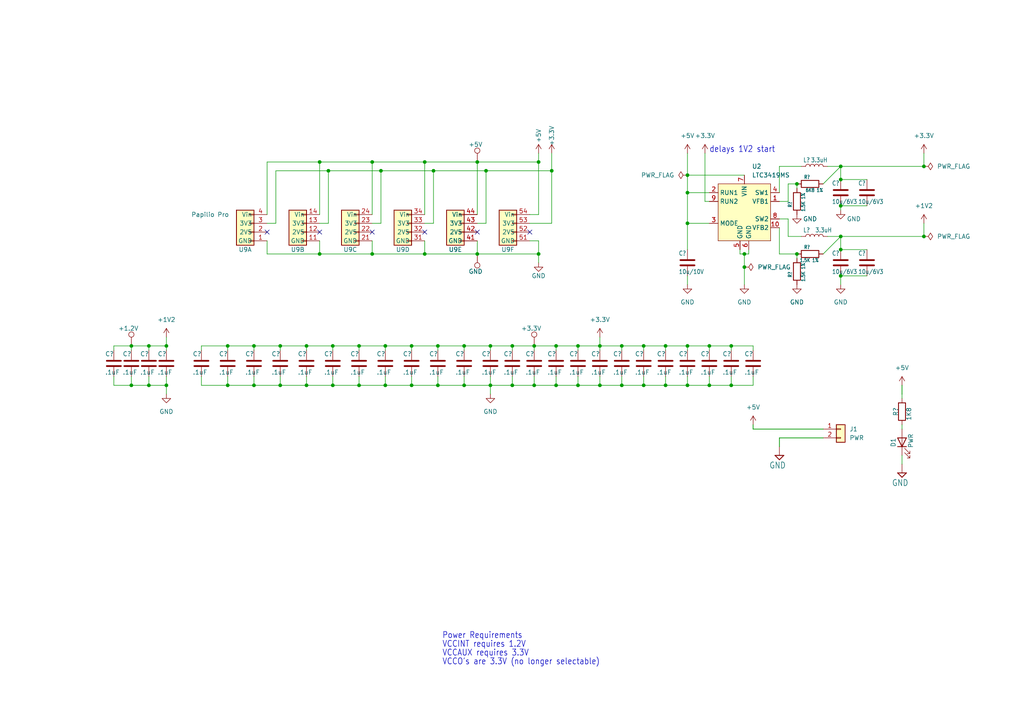
<source format=kicad_sch>
(kicad_sch (version 20230121) (generator eeschema)
  (paper "A4")
  (lib_symbols
    (symbol "BPC3010_Papilio_Pro-eagle-import:supply2_GND" (power)
      (property "Value" "supply2_GND" (at -1.905 -3.175 0))
      (symbol "supply2_GND_1_0"
        (pin power_in line (at 0 2.54 270) (length 2.54) (name "GND") (number "1"))
      )
    )
    (symbol "Connector:TestPoint" (pin_numbers hide) (pin_names (offset 0.762) hide)
      (property "Reference" "TP" (at 0 6.858 0))
      (property "Value" "TestPoint" (at 0 5.08 0))
      (symbol "TestPoint_1_1"
        (pin passive line (at 0 0 90) (length 2.54) (name "1") (number "1"))
      )
    )
    (symbol "Connector_Generic:Conn_01x02" (pin_names (offset 1.016) hide)
      (property "Reference" "J" (at 0 2.54 0))
      (property "Value" "Conn_01x02" (at 0 -5.08 0))
      (symbol "Conn_01x02_1_1"
        (pin passive line (at -5.08 0 0) (length 3.81) (name "Pin_1") (number "1"))
        (pin passive line (at -5.08 -2.54 0) (length 3.81) (name "Pin_2") (number "2"))
      )
    )
    (symbol "Device:C" (pin_numbers hide) (pin_names (offset 0.254))
      (property "Reference" "C" (at 0.635 2.54 0))
      (property "Value" "C" (at 0.635 -2.54 0))
      (symbol "C_1_1"
        (pin passive line (at 0 3.81 270) (length 2.794) (name "~") (number "1"))
        (pin passive line (at 0 -3.81 90) (length 2.794) (name "~") (number "2"))
      )
    )
    (symbol "Device:L" (pin_numbers hide) (pin_names (offset 1.016) hide)
      (property "Reference" "L" (at -1.27 0 90))
      (property "Value" "L" (at 1.905 0 90))
      (symbol "L_1_1"
        (pin passive line (at 0 3.81 270) (length 1.27) (name "1") (number "1"))
        (pin passive line (at 0 -3.81 90) (length 1.27) (name "2") (number "2"))
      )
    )
    (symbol "Device:LED" (pin_numbers hide) (pin_names (offset 1.016) hide)
      (property "Reference" "D" (at 0 2.54 0))
      (property "Value" "LED" (at 0 -2.54 0))
      (symbol "LED_1_1"
        (pin passive line (at -3.81 0 0) (length 2.54) (name "K") (number "1"))
        (pin passive line (at 3.81 0 180) (length 2.54) (name "A") (number "2"))
      )
    )
    (symbol "Device:R" (pin_numbers hide) (pin_names (offset 0))
      (property "Reference" "R" (at 2.032 0 90))
      (property "Value" "R" (at 0 0 90))
      (symbol "R_1_1"
        (pin passive line (at 0 3.81 270) (length 1.27) (name "~") (number "1"))
        (pin passive line (at 0 -3.81 90) (length 1.27) (name "~") (number "2"))
      )
    )
    (symbol "Papilio_Pro:Papilio_Pro" (in_bom no)
      (property "Reference" "U" (at -1.27 21.59 0))
      (property "Value" "Papilio Pro" (at -1.27 -21.59 0))
      (symbol "Papilio_Pro_1_1"
        (pin passive line (at 5.08 3.81 180) (length 3.81) (name "GND") (number "1"))
        (pin passive line (at 5.08 1.27 180) (length 3.81) (name "2V5") (number "2"))
        (pin passive line (at 5.08 -1.27 180) (length 3.81) (name "3V3") (number "3"))
        (pin passive line (at 5.08 -3.81 180) (length 3.81) (name "Vin") (number "4"))
      )
      (symbol "Papilio_Pro_2_1"
        (pin passive line (at 5.08 3.81 180) (length 3.81) (name "GND") (number "11"))
        (pin passive line (at 5.08 1.27 180) (length 3.81) (name "2V5") (number "12"))
        (pin passive line (at 5.08 -1.27 180) (length 3.81) (name "3V3") (number "13"))
        (pin passive line (at 5.08 -3.81 180) (length 3.81) (name "Vin") (number "14"))
      )
      (symbol "Papilio_Pro_3_1"
        (pin passive line (at 5.08 3.81 180) (length 3.81) (name "GND") (number "21"))
        (pin passive line (at 5.08 1.27 180) (length 3.81) (name "2V5") (number "22"))
        (pin passive line (at 5.08 -1.27 180) (length 3.81) (name "3V3") (number "23"))
        (pin passive line (at 5.08 -3.81 180) (length 3.81) (name "Vin") (number "24"))
      )
      (symbol "Papilio_Pro_4_1"
        (pin passive line (at 5.08 3.81 180) (length 3.81) (name "GND") (number "31"))
        (pin passive line (at 5.08 1.27 180) (length 3.81) (name "2V5") (number "32"))
        (pin passive line (at 5.08 -1.27 180) (length 3.81) (name "3V3") (number "33"))
        (pin passive line (at 5.08 -3.81 180) (length 3.81) (name "Vin") (number "34"))
      )
      (symbol "Papilio_Pro_5_1"
        (pin passive line (at 5.08 3.81 180) (length 3.81) (name "GND") (number "41"))
        (pin passive line (at 5.08 1.27 180) (length 3.81) (name "2V5") (number "42"))
        (pin passive line (at 5.08 -1.27 180) (length 3.81) (name "3V3") (number "43"))
        (pin passive line (at 5.08 -3.81 180) (length 3.81) (name "Vin") (number "44"))
      )
      (symbol "Papilio_Pro_6_1"
        (pin passive line (at 5.08 3.81 180) (length 3.81) (name "GND") (number "51"))
        (pin passive line (at 5.08 1.27 180) (length 3.81) (name "2V5") (number "52"))
        (pin passive line (at 5.08 -1.27 180) (length 3.81) (name "3V3") (number "53"))
        (pin passive line (at 5.08 -3.81 180) (length 3.81) (name "Vin") (number "54"))
      )
      (symbol "Papilio_Pro_7_1"
        (pin passive line (at 5.08 6.35 180) (length 3.81) (name "JTAG_REF") (number "J1"))
        (pin passive line (at 5.08 3.81 180) (length 3.81) (name "JTAG_GND") (number "J2"))
        (pin passive line (at 5.08 1.27 180) (length 3.81) (name "JTAG_TCK") (number "J3"))
        (pin passive line (at 5.08 -1.27 180) (length 3.81) (name "JTAG_TDO") (number "J4"))
        (pin passive line (at 5.08 -3.81 180) (length 3.81) (name "JTAG_TDI") (number "J5"))
        (pin passive line (at 5.08 -6.35 180) (length 3.81) (name "JTAG_TMS") (number "J6"))
      )
      (symbol "Papilio_Pro_8_1"
        (pin bidirectional line (at 5.08 19.05 180) (length 3.81) (name "A0") (number "A0"))
        (pin bidirectional line (at 5.08 16.51 180) (length 3.81) (name "A1") (number "A1"))
        (pin bidirectional line (at 5.08 -6.35 180) (length 3.81) (name "A10") (number "A10"))
        (pin bidirectional line (at 5.08 -8.89 180) (length 3.81) (name "A11") (number "A11"))
        (pin bidirectional line (at 5.08 -11.43 180) (length 3.81) (name "A12") (number "A12"))
        (pin bidirectional line (at 5.08 -13.97 180) (length 3.81) (name "A13") (number "A13"))
        (pin bidirectional line (at 5.08 -16.51 180) (length 3.81) (name "A14") (number "A14"))
        (pin bidirectional line (at 5.08 -19.05 180) (length 3.81) (name "A15") (number "A15"))
        (pin bidirectional line (at 5.08 13.97 180) (length 3.81) (name "A2") (number "A2"))
        (pin bidirectional line (at 5.08 11.43 180) (length 3.81) (name "A3") (number "A3"))
        (pin bidirectional line (at 5.08 8.89 180) (length 3.81) (name "A4") (number "A4"))
        (pin bidirectional line (at 5.08 6.35 180) (length 3.81) (name "A5") (number "A5"))
        (pin bidirectional line (at 5.08 3.81 180) (length 3.81) (name "A6") (number "A6"))
        (pin bidirectional line (at 5.08 1.27 180) (length 3.81) (name "A7") (number "A7"))
        (pin bidirectional line (at 5.08 -1.27 180) (length 3.81) (name "A8") (number "A8"))
        (pin bidirectional line (at 5.08 -3.81 180) (length 3.81) (name "A9") (number "A9"))
      )
      (symbol "Papilio_Pro_9_1"
        (pin bidirectional line (at 5.08 19.05 180) (length 3.81) (name "B0") (number "B0"))
        (pin bidirectional line (at 5.08 16.51 180) (length 3.81) (name "B1") (number "B1"))
        (pin bidirectional line (at 5.08 -6.35 180) (length 3.81) (name "B10") (number "B10"))
        (pin bidirectional line (at 5.08 -8.89 180) (length 3.81) (name "B11") (number "B11"))
        (pin bidirectional line (at 5.08 -11.43 180) (length 3.81) (name "B12") (number "B12"))
        (pin bidirectional line (at 5.08 -13.97 180) (length 3.81) (name "B13") (number "B13"))
        (pin bidirectional line (at 5.08 -16.51 180) (length 3.81) (name "B14") (number "B14"))
        (pin bidirectional line (at 5.08 -19.05 180) (length 3.81) (name "B15") (number "B15"))
        (pin bidirectional line (at 5.08 13.97 180) (length 3.81) (name "B2") (number "B2"))
        (pin bidirectional line (at 5.08 11.43 180) (length 3.81) (name "B3") (number "B3"))
        (pin bidirectional line (at 5.08 8.89 180) (length 3.81) (name "B4") (number "B4"))
        (pin bidirectional line (at 5.08 6.35 180) (length 3.81) (name "B5") (number "B5"))
        (pin bidirectional line (at 5.08 3.81 180) (length 3.81) (name "B6") (number "B6"))
        (pin bidirectional line (at 5.08 1.27 180) (length 3.81) (name "B7") (number "B7"))
        (pin bidirectional line (at 5.08 -1.27 180) (length 3.81) (name "B8") (number "B8"))
        (pin bidirectional line (at 5.08 -3.81 180) (length 3.81) (name "B9") (number "B9"))
      )
      (symbol "Papilio_Pro_10_1"
        (pin bidirectional line (at 5.08 19.05 180) (length 3.81) (name "C0") (number "C0"))
        (pin bidirectional line (at 5.08 16.51 180) (length 3.81) (name "C1") (number "C1"))
        (pin bidirectional line (at 5.08 -6.35 180) (length 3.81) (name "C10") (number "C10"))
        (pin bidirectional line (at 5.08 -8.89 180) (length 3.81) (name "C11") (number "C11"))
        (pin bidirectional line (at 5.08 -11.43 180) (length 3.81) (name "C12") (number "C12"))
        (pin bidirectional line (at 5.08 -13.97 180) (length 3.81) (name "C13") (number "C13"))
        (pin bidirectional line (at 5.08 -16.51 180) (length 3.81) (name "C14") (number "C14"))
        (pin bidirectional line (at 5.08 -19.05 180) (length 3.81) (name "C15") (number "C15"))
        (pin bidirectional line (at 5.08 13.97 180) (length 3.81) (name "C2") (number "C2"))
        (pin bidirectional line (at 5.08 11.43 180) (length 3.81) (name "C3") (number "C3"))
        (pin bidirectional line (at 5.08 8.89 180) (length 3.81) (name "C4") (number "C4"))
        (pin bidirectional line (at 5.08 6.35 180) (length 3.81) (name "C5") (number "C5"))
        (pin bidirectional line (at 5.08 3.81 180) (length 3.81) (name "C6") (number "C6"))
        (pin bidirectional line (at 5.08 1.27 180) (length 3.81) (name "C7") (number "C7"))
        (pin bidirectional line (at 5.08 -1.27 180) (length 3.81) (name "C8") (number "C8"))
        (pin bidirectional line (at 5.08 -3.81 180) (length 3.81) (name "C9") (number "C9"))
      )
    )
    (symbol "misc:LTC3419"
      (property "Reference" "U" (at -6.35 10.16 0))
      (property "Value" "LTC3419MS" (at 0 -7.62 0))
      (symbol "LTC3419_1_1"
        (pin input line (at 10.16 3.81 180) (length 2.54) (name "VFB1") (number "1"))
        (pin input line (at 10.16 -3.81 180) (length 2.54) (name "VFB2") (number "10"))
        (pin input line (at -10.16 6.35 0) (length 2.54) (name "RUN1") (number "2"))
        (pin input line (at -10.16 -2.54 0) (length 2.54) (name "MODE") (number "3"))
        (pin output line (at 10.16 6.35 180) (length 2.54) (name "SW1") (number "4"))
        (pin power_in line (at -1.27 -10.16 90) (length 2.54) (name "GND") (number "5"))
        (pin passive line (at 1.27 -10.16 90) (length 2.54) (name "GND") (number "6"))
        (pin power_in line (at 0 11.43 270) (length 2.54) (name "VIN") (number "7"))
        (pin output line (at 10.16 -1.27 180) (length 2.54) (name "SW2") (number "8"))
        (pin input line (at -10.16 3.81 0) (length 2.54) (name "RUN2") (number "9"))
      )
    )
    (symbol "power:+1V2" (power) (pin_names (offset 0))
      (property "Value" "+1V2" (at 0 3.556 0))
      (symbol "+1V2_1_1"
        (pin power_in line (at 0 0 90) (length 0) hide (name "+1V2") (number "1"))
      )
    )
    (symbol "power:+3.3V" (power) (pin_names (offset 0))
      (property "Value" "+3.3V" (at 0 3.556 0))
      (symbol "+3.3V_1_1"
        (pin power_in line (at 0 0 90) (length 0) hide (name "+3.3V") (number "1"))
      )
    )
    (symbol "power:+5V" (power) (pin_names (offset 0))
      (property "Value" "+5V" (at 0 3.556 0))
      (symbol "+5V_1_1"
        (pin power_in line (at 0 0 90) (length 0) hide (name "+5V") (number "1"))
      )
    )
    (symbol "power:GND" (power) (pin_names (offset 0))
      (property "Value" "GND" (at 0 -3.81 0))
      (symbol "GND_1_1"
        (pin power_in line (at 0 0 270) (length 0) hide (name "GND") (number "1"))
      )
    )
    (symbol "power:PWR_FLAG" (power) (pin_numbers hide) (pin_names (offset 0) hide)
      (property "Value" "PWR_FLAG" (at 0 3.81 0))
      (symbol "PWR_FLAG_0_0"
        (pin power_out line (at 0 0 90) (length 0) (name "pwr") (number "1"))
      )
    )
  )
  (junction (at 48.26 111.76))
  (junction (at 104.14 100.33))
  (junction (at 243.84 48.26))
  (junction (at 243.84 59.69))
  (junction (at 66.04 100.33))
  (junction (at 43.18 111.76))
  (junction (at 186.69 111.76))
  (junction (at 73.66 100.33))
  (junction (at 96.52 111.76))
  (junction (at 167.64 100.33))
  (junction (at 111.76 100.33))
  (junction (at 205.74 100.33))
  (junction (at 199.39 50.8))
  (junction (at 92.71 73.66))
  (junction (at 104.14 111.76))
  (junction (at 140.97 49.53))
  (junction (at 123.19 46.99))
  (junction (at 199.39 64.77))
  (junction (at 111.76 111.76))
  (junction (at 43.18 100.33))
  (junction (at 138.43 73.66))
  (junction (at 92.71 46.99))
  (junction (at 154.94 111.76))
  (junction (at 243.84 52.07))
  (junction (at 38.1 111.76))
  (junction (at 180.34 100.33))
  (junction (at 38.1 100.33))
  (junction (at 215.9 73.66))
  (junction (at 156.21 46.99))
  (junction (at 48.26 100.33))
  (junction (at 243.84 80.01))
  (junction (at 173.99 111.76))
  (junction (at 134.62 111.76))
  (junction (at 119.38 100.33))
  (junction (at 107.95 46.99))
  (junction (at 142.24 111.76))
  (junction (at 81.28 111.76))
  (junction (at 96.52 100.33))
  (junction (at 193.04 111.76))
  (junction (at 148.59 111.76))
  (junction (at 205.74 111.76))
  (junction (at 154.94 100.33))
  (junction (at 193.04 100.33))
  (junction (at 88.9 100.33))
  (junction (at 231.14 53.34))
  (junction (at 267.97 68.58))
  (junction (at 199.39 100.33))
  (junction (at 156.21 73.66))
  (junction (at 231.14 73.66))
  (junction (at 199.39 55.88))
  (junction (at 119.38 111.76))
  (junction (at 110.49 49.53))
  (junction (at 160.02 49.53))
  (junction (at 95.25 49.53))
  (junction (at 138.43 46.99))
  (junction (at 167.64 111.76))
  (junction (at 88.9 111.76))
  (junction (at 243.84 72.39))
  (junction (at 148.59 100.33))
  (junction (at 161.29 111.76))
  (junction (at 123.19 73.66))
  (junction (at 215.9 77.47))
  (junction (at 212.09 100.33))
  (junction (at 66.04 111.76))
  (junction (at 107.95 73.66))
  (junction (at 142.24 100.33))
  (junction (at 199.39 111.76))
  (junction (at 134.62 100.33))
  (junction (at 267.97 48.26))
  (junction (at 243.84 68.58))
  (junction (at 161.29 100.33))
  (junction (at 180.34 111.76))
  (junction (at 81.28 100.33))
  (junction (at 125.73 49.53))
  (junction (at 173.99 100.33))
  (junction (at 186.69 100.33))
  (junction (at 127 100.33))
  (junction (at 73.66 111.76))
  (junction (at 127 111.76))
  (junction (at 212.09 111.76))
  (no_connect (at 138.43 67.31))
  (no_connect (at 92.71 67.31))
  (no_connect (at 153.67 67.31))
  (no_connect (at 77.47 67.31))
  (no_connect (at 123.19 67.31))
  (no_connect (at 107.95 67.31))
  (wire (pts (xy 66.04 100.33) (xy 66.04 101.6)))
  (wire (pts (xy 154.94 111.76) (xy 148.59 111.76)))
  (wire (pts (xy 110.49 49.53) (xy 125.73 49.53)))
  (wire (pts (xy 48.26 111.76) (xy 43.18 111.76)))
  (wire (pts (xy 127 100.33) (xy 127 101.6)))
  (wire (pts (xy 161.29 100.33) (xy 154.94 100.33)))
  (wire (pts (xy 73.66 109.22) (xy 73.66 111.76)))
  (wire (pts (xy 205.74 58.42) (xy 204.47 58.42)))
  (wire (pts (xy 167.64 109.22) (xy 167.64 111.76)))
  (wire (pts (xy 240.03 48.26) (xy 243.84 48.26)))
  (wire (pts (xy 142.24 109.22) (xy 142.24 111.76)))
  (wire (pts (xy 127 109.22) (xy 127 111.76)))
  (wire (pts (xy 212.09 101.6) (xy 212.09 100.33)))
  (wire (pts (xy 111.76 100.33) (xy 119.38 100.33)))
  (wire (pts (xy 80.01 49.53) (xy 80.01 64.77)))
  (wire (pts (xy 73.66 111.76) (xy 81.28 111.76)))
  (wire (pts (xy 92.71 46.99) (xy 107.95 46.99)))
  (wire (pts (xy 107.95 64.77) (xy 110.49 64.77)))
  (wire (pts (xy 226.06 73.66) (xy 231.14 73.66)) (stroke (width 0.1524)))
  (wire (pts (xy 33.02 109.22) (xy 33.02 111.76)))
  (wire (pts (xy 77.47 73.66) (xy 92.71 73.66)))
  (wire (pts (xy 243.84 80.01) (xy 251.46 80.01)))
  (wire (pts (xy 156.21 76.2) (xy 156.21 73.66)))
  (wire (pts (xy 153.67 62.23) (xy 156.21 62.23)))
  (wire (pts (xy 58.42 100.33) (xy 66.04 100.33)))
  (wire (pts (xy 243.84 68.58) (xy 243.84 72.39)) (stroke (width 0.1524)))
  (wire (pts (xy 58.42 100.33) (xy 58.42 101.6)))
  (wire (pts (xy 156.21 44.45) (xy 156.21 46.99)))
  (wire (pts (xy 173.99 109.22) (xy 173.99 111.76)))
  (wire (pts (xy 226.06 63.5) (xy 228.6 63.5)))
  (wire (pts (xy 81.28 111.76) (xy 88.9 111.76)))
  (wire (pts (xy 218.44 101.6) (xy 218.44 100.33)))
  (wire (pts (xy 92.71 73.66) (xy 107.95 73.66)))
  (wire (pts (xy 33.02 100.33) (xy 38.1 100.33)))
  (wire (pts (xy 186.69 100.33) (xy 193.04 100.33)))
  (wire (pts (xy 119.38 100.33) (xy 119.38 101.6)))
  (wire (pts (xy 107.95 46.99) (xy 107.95 62.23)))
  (wire (pts (xy 193.04 109.22) (xy 193.04 111.76)))
  (wire (pts (xy 173.99 111.76) (xy 167.64 111.76)))
  (wire (pts (xy 160.02 44.45) (xy 160.02 49.53)))
  (wire (pts (xy 88.9 100.33) (xy 96.52 100.33)))
  (wire (pts (xy 123.19 69.85) (xy 123.19 73.66)))
  (wire (pts (xy 218.44 124.46) (xy 238.76 124.46)) (stroke (width 0.2032)))
  (wire (pts (xy 212.09 111.76) (xy 205.74 111.76)))
  (wire (pts (xy 81.28 100.33) (xy 81.28 101.6)))
  (wire (pts (xy 104.14 111.76) (xy 111.76 111.76)))
  (wire (pts (xy 140.97 64.77) (xy 140.97 49.53)))
  (wire (pts (xy 243.84 52.07) (xy 243.84 48.26)) (stroke (width 0.1524)))
  (wire (pts (xy 138.43 64.77) (xy 140.97 64.77)))
  (wire (pts (xy 243.84 59.69) (xy 243.84 60.96)))
  (wire (pts (xy 111.76 100.33) (xy 111.76 101.6)))
  (wire (pts (xy 142.24 114.3) (xy 142.24 111.76)))
  (wire (pts (xy 77.47 69.85) (xy 77.47 73.66)))
  (wire (pts (xy 186.69 109.22) (xy 186.69 111.76)))
  (wire (pts (xy 148.59 100.33) (xy 148.59 101.6)))
  (wire (pts (xy 92.71 64.77) (xy 95.25 64.77)))
  (wire (pts (xy 173.99 111.76) (xy 180.34 111.76)))
  (wire (pts (xy 138.43 73.66) (xy 156.21 73.66)))
  (wire (pts (xy 267.97 64.77) (xy 267.97 68.58)))
  (wire (pts (xy 226.06 48.26) (xy 232.41 48.26)))
  (wire (pts (xy 66.04 100.33) (xy 73.66 100.33)))
  (wire (pts (xy 226.06 58.42) (xy 228.6 58.42)))
  (wire (pts (xy 88.9 100.33) (xy 88.9 101.6)))
  (wire (pts (xy 167.64 101.6) (xy 167.64 100.33)))
  (wire (pts (xy 205.74 111.76) (xy 199.39 111.76)))
  (wire (pts (xy 142.24 100.33) (xy 148.59 100.33)))
  (wire (pts (xy 140.97 49.53) (xy 160.02 49.53)))
  (wire (pts (xy 148.59 111.76) (xy 148.59 109.22)))
  (wire (pts (xy 199.39 50.8) (xy 215.9 50.8)))
  (wire (pts (xy 48.26 100.33) (xy 48.26 101.6)))
  (wire (pts (xy 243.84 68.58) (xy 238.76 73.66)) (stroke (width 0.1524)))
  (wire (pts (xy 48.26 97.79) (xy 48.26 100.33)))
  (wire (pts (xy 38.1 100.33) (xy 43.18 100.33)))
  (wire (pts (xy 267.97 44.45) (xy 267.97 48.26)))
  (wire (pts (xy 142.24 100.33) (xy 142.24 101.6)))
  (wire (pts (xy 173.99 97.79) (xy 173.99 100.33)))
  (wire (pts (xy 119.38 111.76) (xy 127 111.76)))
  (wire (pts (xy 96.52 100.33) (xy 96.52 101.6)))
  (wire (pts (xy 48.26 111.76) (xy 48.26 114.3)))
  (wire (pts (xy 199.39 111.76) (xy 193.04 111.76)))
  (wire (pts (xy 161.29 111.76) (xy 154.94 111.76)))
  (wire (pts (xy 119.38 100.33) (xy 127 100.33)))
  (wire (pts (xy 154.94 100.33) (xy 148.59 100.33)))
  (wire (pts (xy 38.1 111.76) (xy 33.02 111.76)))
  (wire (pts (xy 231.14 73.66) (xy 231.14 74.93)))
  (wire (pts (xy 180.34 100.33) (xy 173.99 100.33)))
  (wire (pts (xy 180.34 111.76) (xy 186.69 111.76)))
  (wire (pts (xy 80.01 64.77) (xy 77.47 64.77)))
  (wire (pts (xy 243.84 52.07) (xy 251.46 52.07)))
  (wire (pts (xy 243.84 80.01) (xy 243.84 82.55)) (stroke (width 0.1524)))
  (wire (pts (xy 111.76 109.22) (xy 111.76 111.76)))
  (wire (pts (xy 66.04 109.22) (xy 66.04 111.76)))
  (wire (pts (xy 199.39 100.33) (xy 199.39 101.6)))
  (wire (pts (xy 186.69 111.76) (xy 193.04 111.76)))
  (wire (pts (xy 199.39 72.39) (xy 199.39 64.77)))
  (wire (pts (xy 43.18 111.76) (xy 38.1 111.76)))
  (wire (pts (xy 228.6 63.5) (xy 228.6 68.58)))
  (wire (pts (xy 218.44 111.76) (xy 212.09 111.76)))
  (wire (pts (xy 173.99 101.6) (xy 173.99 100.33)))
  (wire (pts (xy 33.02 100.33) (xy 33.02 101.6)))
  (wire (pts (xy 226.06 55.88) (xy 226.06 48.26)))
  (wire (pts (xy 267.97 48.26) (xy 243.84 48.26)))
  (wire (pts (xy 215.9 73.66) (xy 217.17 73.66)))
  (wire (pts (xy 154.94 101.6) (xy 154.94 100.33)))
  (wire (pts (xy 161.29 109.22) (xy 161.29 111.76)))
  (wire (pts (xy 186.69 101.6) (xy 186.69 100.33)))
  (wire (pts (xy 95.25 64.77) (xy 95.25 49.53)))
  (wire (pts (xy 104.14 100.33) (xy 111.76 100.33)))
  (wire (pts (xy 127 111.76) (xy 134.62 111.76)))
  (wire (pts (xy 138.43 46.99) (xy 156.21 46.99)))
  (wire (pts (xy 77.47 46.99) (xy 92.71 46.99)))
  (wire (pts (xy 228.6 68.58) (xy 232.41 68.58)))
  (wire (pts (xy 226.06 66.04) (xy 226.06 73.66)))
  (wire (pts (xy 92.71 69.85) (xy 92.71 73.66)))
  (wire (pts (xy 160.02 64.77) (xy 153.67 64.77)))
  (wire (pts (xy 199.39 109.22) (xy 199.39 111.76)))
  (wire (pts (xy 199.39 55.88) (xy 205.74 55.88)))
  (wire (pts (xy 111.76 111.76) (xy 119.38 111.76)))
  (wire (pts (xy 180.34 109.22) (xy 180.34 111.76)))
  (wire (pts (xy 173.99 100.33) (xy 167.64 100.33)))
  (wire (pts (xy 161.29 101.6) (xy 161.29 100.33)))
  (wire (pts (xy 199.39 55.88) (xy 199.39 64.77)))
  (wire (pts (xy 43.18 100.33) (xy 43.18 101.6)))
  (wire (pts (xy 123.19 73.66) (xy 138.43 73.66)))
  (wire (pts (xy 218.44 123.19) (xy 218.44 124.46)) (stroke (width 0.2032)))
  (wire (pts (xy 215.9 73.66) (xy 215.9 77.47)))
  (wire (pts (xy 58.42 111.76) (xy 66.04 111.76)))
  (wire (pts (xy 193.04 101.6) (xy 193.04 100.33)))
  (wire (pts (xy 180.34 100.33) (xy 186.69 100.33)))
  (wire (pts (xy 58.42 109.22) (xy 58.42 111.76)))
  (wire (pts (xy 228.6 58.42) (xy 228.6 53.34)))
  (wire (pts (xy 107.95 69.85) (xy 107.95 73.66)))
  (wire (pts (xy 199.39 64.77) (xy 205.74 64.77)))
  (wire (pts (xy 110.49 64.77) (xy 110.49 49.53)))
  (wire (pts (xy 88.9 109.22) (xy 88.9 111.76)))
  (wire (pts (xy 261.62 114.3) (xy 261.62 111.76)) (stroke (width 0.2032)))
  (wire (pts (xy 88.9 111.76) (xy 96.52 111.76)))
  (wire (pts (xy 96.52 100.33) (xy 104.14 100.33)))
  (wire (pts (xy 43.18 109.22) (xy 43.18 111.76)))
  (wire (pts (xy 261.62 134.62) (xy 261.62 132.08)) (stroke (width 0.1524)))
  (wire (pts (xy 104.14 109.22) (xy 104.14 111.76)))
  (wire (pts (xy 96.52 111.76) (xy 104.14 111.76)))
  (wire (pts (xy 123.19 64.77) (xy 125.73 64.77)))
  (wire (pts (xy 205.74 101.6) (xy 205.74 100.33)))
  (wire (pts (xy 96.52 109.22) (xy 96.52 111.76)))
  (wire (pts (xy 125.73 64.77) (xy 125.73 49.53)))
  (wire (pts (xy 77.47 46.99) (xy 77.47 62.23)))
  (wire (pts (xy 125.73 49.53) (xy 140.97 49.53)))
  (wire (pts (xy 134.62 109.22) (xy 134.62 111.76)))
  (wire (pts (xy 142.24 111.76) (xy 148.59 111.76)))
  (wire (pts (xy 251.46 59.69) (xy 243.84 59.69)))
  (wire (pts (xy 123.19 46.99) (xy 123.19 62.23)))
  (wire (pts (xy 66.04 111.76) (xy 73.66 111.76)))
  (wire (pts (xy 212.09 100.33) (xy 205.74 100.33)))
  (wire (pts (xy 81.28 109.22) (xy 81.28 111.76)))
  (wire (pts (xy 226.06 127) (xy 226.06 129.54)) (stroke (width 0.2032)))
  (wire (pts (xy 134.62 100.33) (xy 142.24 100.33)))
  (wire (pts (xy 123.19 46.99) (xy 138.43 46.99)))
  (wire (pts (xy 214.63 73.66) (xy 215.9 73.66)))
  (wire (pts (xy 243.84 48.26) (xy 238.76 53.34)) (stroke (width 0.1524)))
  (wire (pts (xy 134.62 111.76) (xy 142.24 111.76)))
  (wire (pts (xy 218.44 100.33) (xy 212.09 100.33)))
  (wire (pts (xy 231.14 53.34) (xy 231.14 54.61)))
  (wire (pts (xy 107.95 73.66) (xy 123.19 73.66)))
  (wire (pts (xy 81.28 100.33) (xy 88.9 100.33)))
  (wire (pts (xy 205.74 109.22) (xy 205.74 111.76)))
  (wire (pts (xy 38.1 100.33) (xy 38.1 101.6)))
  (wire (pts (xy 154.94 109.22) (xy 154.94 111.76)))
  (wire (pts (xy 215.9 77.47) (xy 215.9 82.55)))
  (wire (pts (xy 167.64 100.33) (xy 161.29 100.33)))
  (wire (pts (xy 80.01 49.53) (xy 95.25 49.53)))
  (wire (pts (xy 104.14 100.33) (xy 104.14 101.6)))
  (wire (pts (xy 218.44 109.22) (xy 218.44 111.76)))
  (wire (pts (xy 138.43 46.99) (xy 138.43 62.23)))
  (wire (pts (xy 212.09 109.22) (xy 212.09 111.76)))
  (wire (pts (xy 204.47 58.42) (xy 204.47 44.45)))
  (wire (pts (xy 107.95 46.99) (xy 123.19 46.99)))
  (wire (pts (xy 231.14 53.34) (xy 228.6 53.34)) (stroke (width 0.1524)))
  (wire (pts (xy 160.02 49.53) (xy 160.02 64.77)))
  (wire (pts (xy 43.18 100.33) (xy 48.26 100.33)))
  (wire (pts (xy 214.63 72.39) (xy 214.63 73.66)))
  (wire (pts (xy 240.03 68.58) (xy 243.84 68.58)))
  (wire (pts (xy 127 100.33) (xy 134.62 100.33)))
  (wire (pts (xy 48.26 109.22) (xy 48.26 111.76)))
  (wire (pts (xy 138.43 69.85) (xy 138.43 73.66)))
  (wire (pts (xy 226.06 127) (xy 238.76 127)) (stroke (width 0.2032)))
  (wire (pts (xy 156.21 62.23) (xy 156.21 46.99)))
  (wire (pts (xy 167.64 111.76) (xy 161.29 111.76)))
  (wire (pts (xy 199.39 100.33) (xy 193.04 100.33)))
  (wire (pts (xy 199.39 50.8) (xy 199.39 55.88)))
  (wire (pts (xy 73.66 100.33) (xy 81.28 100.33)))
  (wire (pts (xy 180.34 101.6) (xy 180.34 100.33)))
  (wire (pts (xy 38.1 109.22) (xy 38.1 111.76)))
  (wire (pts (xy 199.39 80.01) (xy 199.39 82.55)))
  (wire (pts (xy 199.39 44.45) (xy 199.39 50.8)))
  (wire (pts (xy 205.74 100.33) (xy 199.39 100.33)))
  (wire (pts (xy 243.84 72.39) (xy 251.46 72.39)))
  (wire (pts (xy 119.38 109.22) (xy 119.38 111.76)))
  (wire (pts (xy 261.62 123.19) (xy 261.62 124.46)))
  (wire (pts (xy 73.66 100.33) (xy 73.66 101.6)))
  (wire (pts (xy 95.25 49.53) (xy 110.49 49.53)))
  (wire (pts (xy 92.71 46.99) (xy 92.71 62.23)))
  (wire (pts (xy 267.97 68.58) (xy 243.84 68.58)))
  (wire (pts (xy 217.17 73.66) (xy 217.17 72.39)))
  (wire (pts (xy 134.62 100.33) (xy 134.62 101.6)))
  (wire (pts (xy 156.21 69.85) (xy 153.67 69.85)))
  (wire (pts (xy 156.21 73.66) (xy 156.21 69.85)))
  (wire (pts (xy 261.62 114.3) (xy 261.62 115.57)))
  (text "VCCO's are 3.3V (no longer selectable)" (at 128.27 193.04 0) (effects (font (size 1.778 1.5113)) (justify left bottom)))
  (text "VCCAUX requires 3.3V" (at 128.27 190.5 0) (effects (font (size 1.778 1.5113)) (justify left bottom)))
  (text "Power Requirements" (at 128.27 185.42 0) (effects (font (size 1.778 1.5113)) (justify left bottom)))
  (text "VCCINT requires 1.2V" (at 128.27 187.96 0) (effects (font (size 1.778 1.5113)) (justify left bottom)))
  (text "delays 1V2 start" (at 205.74 44.45 0) (effects (font (size 1.778 1.5113)) (justify left bottom)))
  (symbol (lib_id "Device:C") (at 186.69 105.41 0) (unit 1)
    (property "Reference" "C?" (at 184.15 103.378 0) (effects (justify left bottom)))
    (property "Value" ".1uF" (at 184.15 108.712 0) (effects (justify left bottom)))
    (property "Footprint" "Capacitor_SMD:C_0402_1005Metric" (effects hide))
    (instances (project "papilio_pro_MKIV" (path "" (reference "C?") (unit 1)) (path "" (reference "C23") (unit 1))))
  )
  (symbol (lib_id "power:GND") (at 199.39 82.55 0) (unit 1)
    (property "Reference" "#PWR09" (effects hide))
    (property "Value" "GND" (at 199.39 87.63 0))
  )
  (symbol (lib_id "power:GND") (at 142.24 114.3 0) (unit 1)
    (property "Reference" "#PWR03" (effects hide))
    (property "Value" "GND" (at 142.24 119.38 0))
  )
  (symbol (lib_id "Device:C") (at 48.26 105.41 0) (unit 1)
    (property "Reference" "C?" (at 45.72 103.378 0) (effects (justify left bottom)))
    (property "Value" ".1uF" (at 45.72 108.712 0) (effects (justify left bottom)))
    (property "Footprint" "Capacitor_SMD:C_0402_1005Metric" (effects hide))
    (instances (project "papilio_pro_MKIV" (path "" (reference "C?") (unit 1)) (path "" (reference "C4") (unit 1))))
  )
  (symbol (lib_id "BPC3010_Papilio_Pro-eagle-import:supply2_GND") (at 226.06 132.08 0) (unit 1)
    (property "Reference" "#V?" (effects hide))
    (property "Value" "GND" (at 227.965 133.985 0) (effects (font (size 1.778 1.5113)) (justify right top)))
    (instances (project "papilio_pro_MKIV" (path "" (reference "#V?") (unit 1)) (path "" (reference "#V01") (unit 1))))
  )
  (symbol (lib_id "power:+5V") (at 261.62 111.76 0) (unit 1)
    (property "Reference" "#PWR017" (effects hide))
    (property "Value" "+5V" (at 261.62 106.68 0))
  )
  (symbol (lib_id "Device:C") (at 243.84 76.2 0) (unit 1)
    (property "Reference" "C?" (at 241.3 74.168 0) (effects (font (size 1.27 1.0795)) (justify left bottom)))
    (property "Value" "10u/6V3" (at 241.3 79.502 0) (effects (font (size 1.27 1.0795)) (justify left bottom)))
    (property "Footprint" "Capacitor_SMD:C_0805_2012Metric" (effects hide))
    (instances (project "papilio_pro_MKIV" (path "" (reference "C?") (unit 1)) (path "" (reference "C30") (unit 1))))
  )
  (symbol (lib_id "Device:C") (at 243.84 55.88 0) (unit 1)
    (property "Reference" "C?" (at 241.3 53.848 0) (effects (font (size 1.27 1.0795)) (justify left bottom)))
    (property "Value" "10u/6V3" (at 241.3 59.182 0) (effects (font (size 1.27 1.0795)) (justify left bottom)))
    (property "Footprint" "Capacitor_SMD:C_0805_2012Metric" (effects hide))
    (instances (project "papilio_pro_MKIV" (path "" (reference "C?") (unit 1)) (path "" (reference "C29") (unit 1))))
  )
  (symbol (lib_id "Device:C") (at 81.28 105.41 0) (unit 1)
    (property "Reference" "C?" (at 78.74 103.378 0) (effects (justify left bottom)))
    (property "Value" ".1uF" (at 78.74 108.712 0) (effects (justify left bottom)))
    (property "Footprint" "Capacitor_SMD:C_0402_1005Metric" (effects hide))
    (instances (project "papilio_pro_MKIV" (path "" (reference "C?") (unit 1)) (path "" (reference "C8") (unit 1))))
  )
  (symbol (lib_id "power:PWR_FLAG") (at 267.97 68.58 270) (unit 1)
    (property "Reference" "#FLG?" (effects hide))
    (property "Value" "PWR_FLAG" (at 271.78 68.58 90) (effects (justify left)))
    (instances (project "papilio_pro_MKIV" (path "" (reference "#FLG?") (unit 1)) (path "" (reference "#FLG03") (unit 1))))
  )
  (symbol (lib_id "power:PWR_FLAG") (at 267.97 48.26 270) (unit 1)
    (property "Reference" "#FLG02" (effects hide))
    (property "Value" "PWR_FLAG" (at 271.78 48.26 90) (effects (justify left)))
  )
  (symbol (lib_id "Connector:TestPoint") (at 154.94 100.33 0) (unit 1)
    (property "Reference" "TP1" (effects hide))
    (property "Value" "+3.3V" (at 151.13 95.25 0) (effects (justify left)))
    (property "Footprint" "TestPoint:TestPoint_Pad_D1.0mm" (effects hide))
  )
  (symbol (lib_id "Papilio_Pro:Papilio_Pro") (at 148.59 66.04 0) (mirror x) (unit 6)
    (property "Reference" "U9" (at 147.32 72.39 0))
    (property "Value" "Papilio Pro" (effects hide))
    (property "Footprint" "papilo_pro:COCOON_48BIT" (effects hide))
    (property "Sim.Enable" "0" (effects hide))
    (instances (project "papilio_pro_MKIV" (path "" (reference "U9") (unit 6)) (path "" (reference "U1") (unit 6))))
  )
  (symbol (lib_id "power:PWR_FLAG") (at 215.9 77.47 270) (unit 1)
    (property "Reference" "#FLG04" (effects hide))
    (property "Value" "PWR_FLAG" (at 219.71 77.47 90) (effects (justify left)))
  )
  (symbol (lib_id "Device:C") (at 199.39 105.41 0) (unit 1)
    (property "Reference" "C?" (at 196.85 103.378 0) (effects (justify left bottom)))
    (property "Value" ".1uF" (at 196.85 108.712 0) (effects (justify left bottom)))
    (property "Footprint" "Capacitor_SMD:C_0402_1005Metric" (effects hide))
    (instances (project "papilio_pro_MKIV" (path "" (reference "C?") (unit 1)) (path "" (reference "C26") (unit 1))))
  )
  (symbol (lib_id "misc:LTC3419") (at 215.9 62.23 0) (unit 1)
    (property "Reference" "U2" (at 218.0941 48.26 0) (effects (justify left)))
    (property "Value" "LTC3419MS" (at 218.0941 50.8 0) (effects (justify left)))
    (property "Footprint" "Package_SO:MSOP-10_3x3mm_P0.5mm" (effects hide))
    (property "Datasheet" "https://www.analog.com/media/en/technical-documentation/data-sheets/3419fa.pdf" (effects hide))
  )
  (symbol (lib_id "Device:R") (at 234.95 73.66 90) (unit 1)
    (property "Reference" "R?" (at 234.95 71.12 90) (effects (font (size 1.016 0.8636)) (justify left bottom)))
    (property "Value" "1.5K 1%" (at 237.49 74.93 90) (effects (font (size 1.016 0.8636)) (justify left bottom)))
    (property "Footprint" "Resistor_SMD:R_0603_1608Metric" (effects hide))
    (instances (project "papilio_pro_MKIV" (path "" (reference "R?") (unit 1)) (path "" (reference "R4") (unit 1))))
  )
  (symbol (lib_id "Device:C") (at 180.34 105.41 0) (unit 1)
    (property "Reference" "C?" (at 177.8 103.378 0) (effects (justify left bottom)))
    (property "Value" ".1uF" (at 177.8 108.712 0) (effects (justify left bottom)))
    (property "Footprint" "Capacitor_SMD:C_0402_1005Metric" (effects hide))
    (instances (project "papilio_pro_MKIV" (path "" (reference "C?") (unit 1)) (path "" (reference "C22") (unit 1))))
  )
  (symbol (lib_id "Papilio_Pro:Papilio_Pro") (at 87.63 66.04 0) (mirror x) (unit 2)
    (property "Reference" "U9" (at 86.36 72.39 0))
    (property "Value" "Papilio Pro" (effects hide))
    (property "Footprint" "papilo_pro:COCOON_48BIT" (effects hide))
    (property "Sim.Enable" "0" (effects hide))
    (instances (project "papilio_pro_MKIV" (path "" (reference "U9") (unit 2)) (path "" (reference "U1") (unit 2))))
  )
  (symbol (lib_id "power:GND") (at 48.26 114.3 0) (unit 1)
    (property "Reference" "#PWR02" (effects hide))
    (property "Value" "GND" (at 48.26 119.38 0))
  )
  (symbol (lib_id "power:+5V") (at 199.39 44.45 0) (unit 1)
    (property "Reference" "#PWR08" (effects hide))
    (property "Value" "+5V" (at 199.39 39.37 0))
  )
  (symbol (lib_id "Device:LED") (at 261.62 128.27 90) (unit 1)
    (property "Reference" "D1" (at 259.08 127 0) (effects (justify right)))
    (property "Value" "PWR" (at 264.16 125.73 0) (effects (justify right)))
    (property "Footprint" "LED_SMD:LED_0603_1608Metric" (effects hide))
  )
  (symbol (lib_id "Device:C") (at 251.46 76.2 0) (unit 1)
    (property "Reference" "C?" (at 248.92 74.168 0) (effects (font (size 1.27 1.0795)) (justify left bottom)))
    (property "Value" "10u/6V3" (at 248.92 79.502 0) (effects (font (size 1.27 1.0795)) (justify left bottom)))
    (property "Footprint" "Capacitor_SMD:C_0805_2012Metric" (effects hide))
    (instances (project "papilio_pro_MKIV" (path "" (reference "C?") (unit 1)) (path "" (reference "C32") (unit 1))))
  )
  (symbol (lib_id "Device:C") (at 119.38 105.41 0) (unit 1)
    (property "Reference" "C?" (at 116.84 103.378 0) (effects (justify left bottom)))
    (property "Value" ".1uF" (at 116.84 108.712 0) (effects (justify left bottom)))
    (property "Footprint" "Capacitor_SMD:C_0402_1005Metric" (effects hide))
    (instances (project "papilio_pro_MKIV" (path "" (reference "C?") (unit 1)) (path "" (reference "C13") (unit 1))))
  )
  (symbol (lib_id "Device:C") (at 58.42 105.41 0) (unit 1)
    (property "Reference" "C?" (at 55.88 103.378 0) (effects (justify left bottom)))
    (property "Value" ".1uF" (at 55.88 108.712 0) (effects (justify left bottom)))
    (property "Footprint" "Capacitor_SMD:C_0402_1005Metric" (effects hide))
    (instances (project "papilio_pro_MKIV" (path "" (reference "C?") (unit 1)) (path "" (reference "C5") (unit 1))))
  )
  (symbol (lib_id "power:+1V2") (at 267.97 64.77 0) (unit 1)
    (property "Reference" "#PWR019" (effects hide))
    (property "Value" "+1V2" (at 267.97 59.69 0))
  )
  (symbol (lib_id "Device:L") (at 236.22 68.58 90) (unit 1)
    (property "Reference" "L?" (at 234.95 66.04 90) (effects (font (size 1.27 1.0795)) (justify left bottom)))
    (property "Value" "3.3uH" (at 241.3 66.04 90) (effects (font (size 1.27 1.0795)) (justify left bottom)))
    (property "Footprint" "Inductor_SMD:L_Taiyo-Yuden_MD-5050" (effects hide))
    (instances (project "papilio_pro_MKIV" (path "" (reference "L?") (unit 1)) (path "" (reference "L2") (unit 1))))
  )
  (symbol (lib_id "Device:C") (at 167.64 105.41 0) (unit 1)
    (property "Reference" "C?" (at 165.1 103.378 0) (effects (justify left bottom)))
    (property "Value" ".1uF" (at 165.1 108.712 0) (effects (justify left bottom)))
    (property "Footprint" "Capacitor_SMD:C_0402_1005Metric" (effects hide))
    (instances (project "papilio_pro_MKIV" (path "" (reference "C?") (unit 1)) (path "" (reference "C20") (unit 1))))
  )
  (symbol (lib_id "Device:C") (at 173.99 105.41 0) (unit 1)
    (property "Reference" "C?" (at 171.45 103.378 0) (effects (justify left bottom)))
    (property "Value" ".1uF" (at 171.45 108.712 0) (effects (justify left bottom)))
    (property "Footprint" "Capacitor_SMD:C_0402_1005Metric" (effects hide))
    (instances (project "papilio_pro_MKIV" (path "" (reference "C?") (unit 1)) (path "" (reference "C21") (unit 1))))
  )
  (symbol (lib_id "Device:C") (at 127 105.41 0) (unit 1)
    (property "Reference" "C?" (at 124.46 103.378 0) (effects (justify left bottom)))
    (property "Value" ".1uF" (at 124.46 108.712 0) (effects (justify left bottom)))
    (property "Footprint" "Capacitor_SMD:C_0402_1005Metric" (effects hide))
    (instances (project "papilio_pro_MKIV" (path "" (reference "C?") (unit 1)) (path "" (reference "C14") (unit 1))))
  )
  (symbol (lib_id "Papilio_Pro:Papilio_Pro") (at 118.11 66.04 0) (mirror x) (unit 4)
    (property "Reference" "U9" (at 116.84 72.39 0))
    (property "Value" "Papilio Pro" (effects hide))
    (property "Footprint" "papilo_pro:COCOON_48BIT" (effects hide))
    (property "Sim.Enable" "0" (effects hide))
    (instances (project "papilio_pro_MKIV" (path "" (reference "U9") (unit 4)) (path "" (reference "U1") (unit 4))))
  )
  (symbol (lib_id "BPC3010_Papilio_Pro-eagle-import:supply2_GND") (at 261.62 137.16 0) (unit 1)
    (property "Reference" "#V?" (effects hide))
    (property "Value" "GND" (at 263.525 139.065 0) (effects (font (size 1.778 1.5113)) (justify right top)))
    (instances (project "papilio_pro_MKIV" (path "" (reference "#V?") (unit 1)) (path "" (reference "#V02") (unit 1))))
  )
  (symbol (lib_id "power:+3.3V") (at 173.99 97.79 0) (unit 1)
    (property "Reference" "#PWR07" (effects hide))
    (property "Value" "+3.3V" (at 173.99 92.71 0))
  )
  (symbol (lib_id "Device:C") (at 193.04 105.41 0) (unit 1)
    (property "Reference" "C?" (at 190.5 103.378 0) (effects (justify left bottom)))
    (property "Value" ".1uF" (at 190.5 108.712 0) (effects (justify left bottom)))
    (property "Footprint" "Capacitor_SMD:C_0402_1005Metric" (effects hide))
    (instances (project "papilio_pro_MKIV" (path "" (reference "C?") (unit 1)) (path "" (reference "C24") (unit 1))))
  )
  (symbol (lib_id "power:+3.3V") (at 204.47 44.45 0) (unit 1)
    (property "Reference" "#PWR010" (effects hide))
    (property "Value" "+3.3V" (at 204.47 39.37 0))
  )
  (symbol (lib_id "Device:C") (at 33.02 105.41 0) (unit 1)
    (property "Reference" "C?" (at 30.48 103.378 0) (effects (justify left bottom)))
    (property "Value" ".1uF" (at 30.48 108.712 0) (effects (justify left bottom)))
    (property "Footprint" "Capacitor_SMD:C_0402_1005Metric" (effects hide))
    (instances (project "papilio_pro_MKIV" (path "" (reference "C?") (unit 1)) (path "" (reference "C1") (unit 1))))
  )
  (symbol (lib_id "power:GND") (at 231.14 82.55 0) (unit 1)
    (property "Reference" "#PWR014" (effects hide))
    (property "Value" "GND" (at 231.14 87.63 0))
  )
  (symbol (lib_id "Papilio_Pro:Papilio_Pro") (at 133.35 66.04 0) (mirror x) (unit 5)
    (property "Reference" "U9" (at 132.08 72.39 0))
    (property "Value" "Papilio Pro" (effects hide))
    (property "Footprint" "papilo_pro:COCOON_48BIT" (effects hide))
    (property "Sim.Enable" "0" (effects hide))
    (instances (project "papilio_pro_MKIV" (path "" (reference "U9") (unit 5)) (path "" (reference "U1") (unit 5))))
  )
  (symbol (lib_id "Device:C") (at 88.9 105.41 0) (unit 1)
    (property "Reference" "C?" (at 86.36 103.378 0) (effects (justify left bottom)))
    (property "Value" ".1uF" (at 86.36 108.712 0) (effects (justify left bottom)))
    (property "Footprint" "Capacitor_SMD:C_0402_1005Metric" (effects hide))
    (instances (project "papilio_pro_MKIV" (path "" (reference "C?") (unit 1)) (path "" (reference "C9") (unit 1))))
  )
  (symbol (lib_id "Device:C") (at 38.1 105.41 0) (unit 1)
    (property "Reference" "C?" (at 35.56 103.378 0) (effects (justify left bottom)))
    (property "Value" ".1uF" (at 35.56 108.712 0) (effects (justify left bottom)))
    (property "Footprint" "Capacitor_SMD:C_0402_1005Metric" (effects hide))
    (instances (project "papilio_pro_MKIV" (path "" (reference "C?") (unit 1)) (path "" (reference "C2") (unit 1))))
  )
  (symbol (lib_id "Device:C") (at 66.04 105.41 0) (unit 1)
    (property "Reference" "C?" (at 63.5 103.378 0) (effects (justify left bottom)))
    (property "Value" ".1uF" (at 63.5 108.712 0) (effects (justify left bottom)))
    (property "Footprint" "Capacitor_SMD:C_0402_1005Metric" (effects hide))
    (instances (project "papilio_pro_MKIV" (path "" (reference "C?") (unit 1)) (path "" (reference "C6") (unit 1))))
  )
  (symbol (lib_id "Connector_Generic:Conn_01x02") (at 243.84 124.46 0) (unit 1)
    (property "Reference" "J1" (at 246.38 124.46 0) (effects (justify left)))
    (property "Value" "PWR" (at 246.38 127 0) (effects (justify left)))
    (property "Footprint" "Connector_PinHeader_2.54mm:PinHeader_1x02_P2.54mm_Vertical" (effects hide))
  )
  (symbol (lib_id "Papilio_Pro:Papilio_Pro") (at 72.39 66.04 0) (mirror x) (unit 1)
    (property "Reference" "U9" (at 71.12 72.39 0))
    (property "Value" "Papilio Pro" (at 60.96 62.23 0))
    (property "Footprint" "papilo_pro:COCOON_48BIT" (effects hide))
    (property "Sim.Enable" "0" (effects hide))
    (instances (project "papilio_pro_MKIV" (path "" (reference "U9") (unit 1)) (path "" (reference "U1") (unit 1))))
  )
  (symbol (lib_id "Connector:TestPoint") (at 38.1 100.33 0) (unit 1)
    (property "Reference" "TP2" (effects hide))
    (property "Value" "+1.2V" (at 34.29 95.25 0) (effects (justify left)))
    (property "Footprint" "TestPoint:TestPoint_Pad_D1.0mm" (effects hide))
  )
  (symbol (lib_id "Device:R") (at 261.62 119.38 180) (unit 1)
    (property "Reference" "R?" (at 259.08 118.11 90) (effects (justify left bottom)))
    (property "Value" "1K8" (at 262.89 118.11 90) (effects (justify left bottom)))
    (property "Footprint" "Resistor_SMD:R_0402_1005Metric" (effects hide))
    (instances (project "papilio_pro_MKIV" (path "" (reference "R?") (unit 1)) (path "" (reference "R5") (unit 1))))
  )
  (symbol (lib_id "power:+5V") (at 218.44 123.19 0) (unit 1)
    (property "Reference" "#PWR012" (effects hide))
    (property "Value" "+5V" (at 218.44 118.11 0))
  )
  (symbol (lib_id "power:GND") (at 231.14 62.23 0) (unit 1)
    (property "Reference" "#PWR013" (effects hide))
    (property "Value" "GND" (at 234.95 63.5 0))
  )
  (symbol (lib_id "Device:C") (at 96.52 105.41 0) (unit 1)
    (property "Reference" "C?" (at 93.98 103.378 0) (effects (justify left bottom)))
    (property "Value" ".1uF" (at 93.98 108.712 0) (effects (justify left bottom)))
    (property "Footprint" "Capacitor_SMD:C_0402_1005Metric" (effects hide))
    (instances (project "papilio_pro_MKIV" (path "" (reference "C?") (unit 1)) (path "" (reference "C10") (unit 1))))
  )
  (symbol (lib_id "Device:C") (at 199.39 76.2 0) (unit 1)
    (property "Reference" "C?" (at 196.85 74.168 0) (effects (font (size 1.27 1.0795)) (justify left bottom)))
    (property "Value" "10u/10V" (at 196.85 79.502 0) (effects (font (size 1.27 1.0795)) (justify left bottom)))
    (property "Footprint" "Capacitor_SMD:C_0805_2012Metric" (effects hide))
    (instances (project "papilio_pro_MKIV" (path "" (reference "C?") (unit 1)) (path "" (reference "C25") (unit 1))))
  )
  (symbol (lib_id "Device:C") (at 148.59 105.41 0) (unit 1)
    (property "Reference" "C?" (at 146.05 103.378 0) (effects (justify left bottom)))
    (property "Value" ".1uF" (at 146.05 108.712 0) (effects (justify left bottom)))
    (property "Footprint" "Capacitor_SMD:C_0402_1005Metric" (effects hide))
    (instances (project "papilio_pro_MKIV" (path "" (reference "C?") (unit 1)) (path "" (reference "C17") (unit 1))))
  )
  (symbol (lib_id "Device:C") (at 111.76 105.41 0) (unit 1)
    (property "Reference" "C?" (at 109.22 103.378 0) (effects (justify left bottom)))
    (property "Value" ".1uF" (at 109.22 108.712 0) (effects (justify left bottom)))
    (property "Footprint" "Capacitor_SMD:C_0402_1005Metric" (effects hide))
    (instances (project "papilio_pro_MKIV" (path "" (reference "C?") (unit 1)) (path "" (reference "C12") (unit 1))))
  )
  (symbol (lib_id "power:GND") (at 156.21 76.2 0) (unit 1)
    (property "Reference" "#PWR05" (effects hide))
    (property "Value" "GND" (at 156.21 80.01 0))
  )
  (symbol (lib_id "Papilio_Pro:Papilio_Pro") (at 102.87 66.04 0) (mirror x) (unit 3)
    (property "Reference" "U9" (at 101.6 72.39 0))
    (property "Value" "Papilio Pro" (effects hide))
    (property "Footprint" "papilo_pro:COCOON_48BIT" (effects hide))
    (property "Sim.Enable" "0" (effects hide))
    (instances (project "papilio_pro_MKIV" (path "" (reference "U9") (unit 3)) (path "" (reference "U1") (unit 3))))
  )
  (symbol (lib_id "Device:R") (at 231.14 58.42 180) (unit 1)
    (property "Reference" "R?" (at 228.6 58.42 90) (effects (font (size 1.016 0.8636)) (justify left bottom)))
    (property "Value" "1.5K 1%" (at 232.41 55.88 90) (effects (font (size 1.016 0.8636)) (justify left bottom)))
    (property "Footprint" "Resistor_SMD:R_0603_1608Metric" (effects hide))
    (instances (project "papilio_pro_MKIV" (path "" (reference "R?") (unit 1)) (path "" (reference "R1") (unit 1))))
  )
  (symbol (lib_id "power:PWR_FLAG") (at 199.39 50.8 90) (unit 1)
    (property "Reference" "#FLG01" (effects hide))
    (property "Value" "PWR_FLAG" (at 195.58 50.8 90) (effects (justify left)))
  )
  (symbol (lib_id "Device:C") (at 104.14 105.41 0) (unit 1)
    (property "Reference" "C?" (at 101.6 103.378 0) (effects (justify left bottom)))
    (property "Value" ".1uF" (at 101.6 108.712 0) (effects (justify left bottom)))
    (property "Footprint" "Capacitor_SMD:C_0402_1005Metric" (effects hide))
    (instances (project "papilio_pro_MKIV" (path "" (reference "C?") (unit 1)) (path "" (reference "C11") (unit 1))))
  )
  (symbol (lib_id "Device:C") (at 218.44 105.41 0) (unit 1)
    (property "Reference" "C?" (at 215.9 103.378 0) (effects (justify left bottom)))
    (property "Value" ".1uF" (at 215.9 108.712 0) (effects (justify left bottom)))
    (property "Footprint" "Capacitor_SMD:C_0402_1005Metric" (effects hide))
    (instances (project "papilio_pro_MKIV" (path "" (reference "C?") (unit 1)) (path "" (reference "C48") (unit 1))))
  )
  (symbol (lib_id "Device:C") (at 161.29 105.41 0) (unit 1)
    (property "Reference" "C?" (at 158.75 103.378 0) (effects (justify left bottom)))
    (property "Value" ".1uF" (at 158.75 108.712 0) (effects (justify left bottom)))
    (property "Footprint" "Capacitor_SMD:C_0402_1005Metric" (effects hide))
    (instances (project "papilio_pro_MKIV" (path "" (reference "C?") (unit 1)) (path "" (reference "C19") (unit 1))))
  )
  (symbol (lib_id "Connector:TestPoint") (at 138.43 46.99 0) (unit 1)
    (property "Reference" "TP3" (effects hide))
    (property "Value" "+5V" (at 135.89 41.91 0) (effects (justify left)))
    (property "Footprint" "TestPoint:TestPoint_Pad_D1.0mm" (effects hide))
  )
  (symbol (lib_id "power:+1V2") (at 48.26 97.79 0) (unit 1)
    (property "Reference" "#PWR01" (effects hide))
    (property "Value" "+1V2" (at 48.26 92.71 0))
  )
  (symbol (lib_id "power:GND") (at 243.84 60.96 0) (unit 1)
    (property "Reference" "#PWR015" (effects hide))
    (property "Value" "GND" (at 247.65 63.5 0))
  )
  (symbol (lib_id "power:+5V") (at 156.21 44.45 0) (unit 1)
    (property "Reference" "#PWR04" (effects hide))
    (property "Value" "+5V" (at 156.21 39.37 90))
  )
  (symbol (lib_id "Device:L") (at 236.22 48.26 90) (unit 1)
    (property "Reference" "L?" (at 234.95 45.72 90) (effects (font (size 1.27 1.0795)) (justify left bottom)))
    (property "Value" "3.3uH" (at 240.03 45.72 90) (effects (font (size 1.27 1.0795)) (justify left bottom)))
    (property "Footprint" "Inductor_SMD:L_Taiyo-Yuden_MD-5050" (effects hide))
    (instances (project "papilio_pro_MKIV" (path "" (reference "L?") (unit 1)) (path "" (reference "L1") (unit 1))))
  )
  (symbol (lib_id "Device:C") (at 205.74 105.41 0) (unit 1)
    (property "Reference" "C?" (at 203.2 103.378 0) (effects (justify left bottom)))
    (property "Value" ".1uF" (at 203.2 108.712 0) (effects (justify left bottom)))
    (property "Footprint" "Capacitor_SMD:C_0402_1005Metric" (effects hide))
    (instances (project "papilio_pro_MKIV" (path "" (reference "C?") (unit 1)) (path "" (reference "C27") (unit 1))))
  )
  (symbol (lib_id "power:+3.3V") (at 160.02 44.45 0) (unit 1)
    (property "Reference" "#PWR06" (effects hide))
    (property "Value" "+3.3V" (at 160.02 39.37 90))
  )
  (symbol (lib_id "power:GND") (at 243.84 82.55 0) (unit 1)
    (property "Reference" "#PWR016" (effects hide))
    (property "Value" "GND" (at 243.84 87.63 0))
  )
  (symbol (lib_id "Device:C") (at 212.09 105.41 0) (unit 1)
    (property "Reference" "C?" (at 209.55 103.378 0) (effects (justify left bottom)))
    (property "Value" ".1uF" (at 209.55 108.712 0) (effects (justify left bottom)))
    (property "Footprint" "Capacitor_SMD:C_0402_1005Metric" (effects hide))
    (instances (project "papilio_pro_MKIV" (path "" (reference "C?") (unit 1)) (path "" (reference "C28") (unit 1))))
  )
  (symbol (lib_id "power:GND") (at 215.9 82.55 0) (unit 1)
    (property "Reference" "#PWR011" (effects hide))
    (property "Value" "GND" (at 215.9 87.63 0))
  )
  (symbol (lib_id "Device:C") (at 251.46 55.88 0) (unit 1)
    (property "Reference" "C?" (at 248.92 53.848 0) (effects (font (size 1.27 1.0795)) (justify left bottom)))
    (property "Value" "10u/6V3" (at 248.92 59.182 0) (effects (font (size 1.27 1.0795)) (justify left bottom)))
    (property "Footprint" "Capacitor_SMD:C_0805_2012Metric" (effects hide))
    (instances (project "papilio_pro_MKIV" (path "" (reference "C?") (unit 1)) (path "" (reference "C31") (unit 1))))
  )
  (symbol (lib_id "Device:R") (at 234.95 53.34 90) (unit 1)
    (property "Reference" "R?" (at 234.95 50.8 90) (effects (font (size 1.016 0.8636)) (justify left bottom)))
    (property "Value" "6K8 1%" (at 238.76 54.61 90) (effects (font (size 1.016 0.8636)) (justify left bottom)))
    (property "Footprint" "Resistor_SMD:R_0603_1608Metric" (effects hide))
    (instances (project "papilio_pro_MKIV" (path "" (reference "R?") (unit 1)) (path "" (reference "R3") (unit 1))))
  )
  (symbol (lib_id "Device:C") (at 154.94 105.41 0) (unit 1)
    (property "Reference" "C?" (at 152.4 103.378 0) (effects (justify left bottom)))
    (property "Value" ".1uF" (at 152.4 108.712 0) (effects (justify left bottom)))
    (property "Footprint" "Capacitor_SMD:C_0402_1005Metric" (effects hide))
    (instances (project "papilio_pro_MKIV" (path "" (reference "C?") (unit 1)) (path "" (reference "C18") (unit 1))))
  )
  (symbol (lib_id "Device:C") (at 73.66 105.41 0) (unit 1)
    (property "Reference" "C?" (at 71.12 103.378 0) (effects (justify left bottom)))
    (property "Value" ".1uF" (at 71.12 108.712 0) (effects (justify left bottom)))
    (property "Footprint" "Capacitor_SMD:C_0402_1005Metric" (effects hide))
    (instances (project "papilio_pro_MKIV" (path "" (reference "C?") (unit 1)) (path "" (reference "C7") (unit 1))))
  )
  (symbol (lib_id "Device:C") (at 142.24 105.41 0) (unit 1)
    (property "Reference" "C?" (at 139.7 103.378 0) (effects (justify left bottom)))
    (property "Value" ".1uF" (at 139.7 108.712 0) (effects (justify left bottom)))
    (property "Footprint" "Capacitor_SMD:C_0402_1005Metric" (effects hide))
    (instances (project "papilio_pro_MKIV" (path "" (reference "C?") (unit 1)) (path "" (reference "C16") (unit 1))))
  )
  (symbol (lib_id "power:+3.3V") (at 267.97 44.45 0) (unit 1)
    (property "Reference" "#PWR018" (effects hide))
    (property "Value" "+3.3V" (at 267.97 39.37 0))
  )
  (symbol (lib_id "Device:R") (at 231.14 78.74 180) (unit 1)
    (property "Reference" "R?" (at 228.6 78.74 90) (effects (font (size 1.016 0.8636)) (justify left bottom)))
    (property "Value" "1.5K 1%" (at 232.41 76.2 90) (effects (font (size 1.016 0.8636)) (justify left bottom)))
    (property "Footprint" "Resistor_SMD:R_0603_1608Metric" (effects hide))
    (instances (project "papilio_pro_MKIV" (path "" (reference "R?") (unit 1)) (path "" (reference "R2") (unit 1))))
  )
  (symbol (lib_id "Device:C") (at 43.18 105.41 0) (unit 1)
    (property "Reference" "C?" (at 40.64 103.378 0) (effects (justify left bottom)))
    (property "Value" ".1uF" (at 40.64 108.712 0) (effects (justify left bottom)))
    (property "Footprint" "Capacitor_SMD:C_0402_1005Metric" (effects hide))
    (instances (project "papilio_pro_MKIV" (path "" (reference "C?") (unit 1)) (path "" (reference "C3") (unit 1))))
  )
  (symbol (lib_id "Device:C") (at 134.62 105.41 0) (unit 1)
    (property "Reference" "C?" (at 132.08 103.378 0) (effects (justify left bottom)))
    (property "Value" ".1uF" (at 132.08 108.712 0) (effects (justify left bottom)))
    (property "Footprint" "Capacitor_SMD:C_0402_1005Metric" (effects hide))
    (instances (project "papilio_pro_MKIV" (path "" (reference "C?") (unit 1)) (path "" (reference "C15") (unit 1))))
  )
  (symbol (lib_id "Connector:TestPoint") (at 138.43 73.66 180) (unit 1)
    (property "Reference" "TP4" (effects hide))
    (property "Value" "GND" (at 135.89 78.74 0) (effects (justify right)))
    (property "Footprint" "TestPoint:TestPoint_Pad_D1.0mm" (effects hide))
  )
)
</source>
